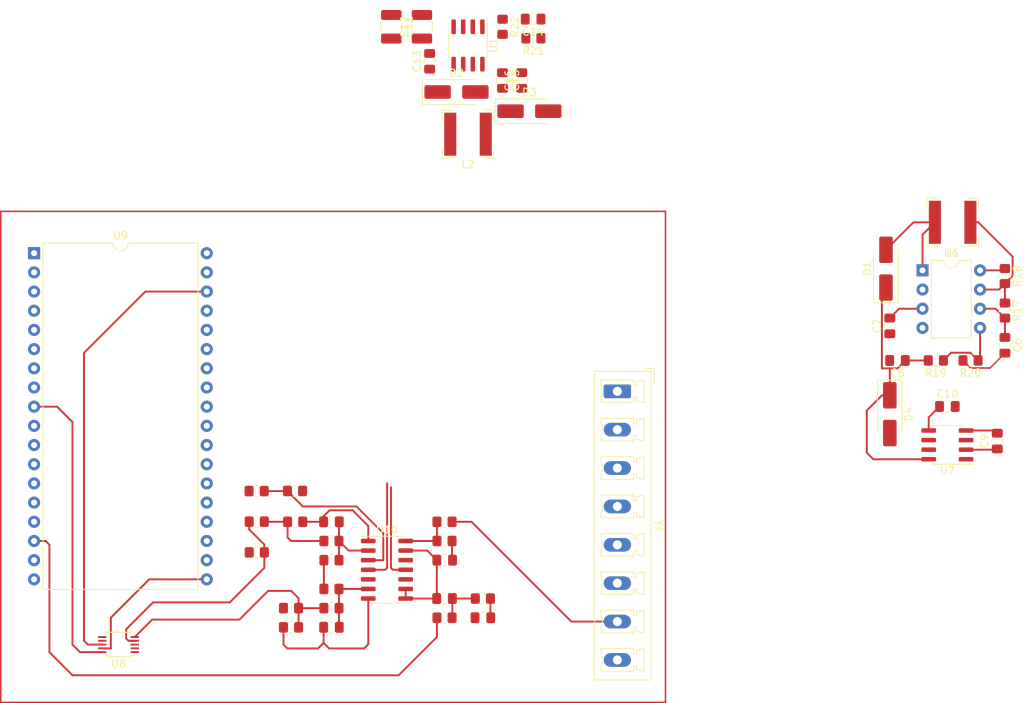
<source format=kicad_pcb>
(kicad_pcb (version 20221018) (generator pcbnew)
  (layers (0 "F.Cu" signal) (31 "B.Cu" signal) (34 "B.Paste" user) (35 "F.Paste" user) (36 "B.SilkS" user "B.Silkscreen") (37 "F.SilkS" user "F.Silkscreen") (38 "B.Mask" user) (39 "F.Mask" user) (44 "Edge.Cuts" user))
  (net 0 "")
  (net 1 "Net-(U10A--)")
  (net 2 "Net-(C1-Pad2)")
  (net 3 "Net-(U10B--)")
  (net 4 "Net-(C2-Pad2)")
  (net 5 "Net-(U10C-+)")
  (net 6 "Net-(C4-Pad1)")
  (net 7 "Net-(U10C--)")
  (net 8 "Net-(C5-Pad2)")
  (net 9 "/3to12/Vin")
  (net 10 "Net-(U6-TC)")
  (net 11 "Net-(U7-CAP+)")
  (net 12 "Net-(U7-CAP-)")
  (net 13 "R-")
  (net 14 "Vin+")
  (net 15 "Net-(D2-K)")
  (net 16 "/100to5/Vout")
  (net 17 "Net-(D1-A)")
  (net 19 "/12to-12/Vin")
  (net 20 "/12to-12/Vout")
  (net 21 "Net-(U1-BST)")
  (net 22 "Net-(U1-FB)")
  (net 23 "R+")
  (net 24 "Net-(U1-DIM)")
  (net 25 "Net-(U6-Ipk)")
  (net 26 "Net-(U10D-+)")
  (net 27 "Net-(U10A-+)")
  (net 28 "Vvpv'")
  (net 29 "Vipv")
  (net 30 "Net-(U9-PWM)")
  (net 31 "Net-(R14-Pad2)")
  (net 32 "gate")
  (net 33 "Net-(U6-DC)")
  (net 34 "Net-(U6-Vfb)")
  (net 41 "Net-(U8-SDA)")
  (net 42 "Net-(U8-SCL)")
  (footprint "Resistor_SMD:R_0805_2012Metric_Pad1.20x1.40mm_HandSolder" (layer "F.Cu") (at 187.508 37.084 180)
    (fp_text reference "R21" (at 0 -1.65) (layer "F.SilkS"))
    (fp_text value "R")
    (pad "1" smd roundrect (at -1 0 180) (size 1.2 1.4) (layers "F.Cu" "F.Paste" "F.Mask") (roundrect_rratio 0.208333) (net 16 "/100to5/Vout"))
    (pad "2" smd roundrect (at 1 0 180) (size 1.2 1.4) (layers "F.Cu" "F.Paste" "F.Mask") (roundrect_rratio 0.208333) (net 22 "Net-(U1-FB)"))
  )
  (footprint "Capacitor_SMD:C_1210_3225Metric_Pad1.33x2.70mm_HandSolder" (layer "F.Cu") (at 172.76 35.56 90)
    (fp_text reference "C12" (at 0 -2.3 270) (layer "F.SilkS"))
    (fp_text value "C")
    (pad "1" smd roundrect (at -1.5625 0 90) (size 1.325 2.7) (layers "F.Cu" "F.Paste" "F.Mask") (roundrect_rratio 0.188679) (net 13 "R-"))
    (pad "2" smd roundrect (at 1.5625 0 90) (size 1.325 2.7) (layers "F.Cu" "F.Paste" "F.Mask") (roundrect_rratio 0.188679) (net 14 "Vin+"))
  )
  (footprint "Capacitor_SMD:C_0805_2012Metric_Pad1.18x1.45mm_HandSolder" (layer "F.Cu") (at 160.7765 115.062 180)
    (fp_text reference "C2" hide)
    (fp_text value "C" hide)
    (pad "1" smd roundrect (at -1.0375 0 180) (size 1.175 1.45) (layers "F.Cu" "F.Paste" "F.Mask") (roundrect_rratio 0.212766) (net 3 "Net-(U10B--)"))
    (pad "2" smd roundrect (at 1.0375 0 180) (size 1.175 1.45) (layers "F.Cu" "F.Paste" "F.Mask") (roundrect_rratio 0.212766) (net 4 "Net-(C2-Pad2)"))
  )
  (footprint "projektlib:ttgo" (layer "F.Cu") (at 121.412 65.532)
    (fp_text reference "U9" (at 11.43 -2.33) (layer "F.SilkS"))
    (fp_text value "~")
    (pad "1" thru_hole rect (at 0 0) (size 1.6 1.6) (drill 0.8) (layers "*.Cu" "*.Mask") (net 13 "R-"))
    (pad "2" thru_hole oval (at 0 2.54) (size 1.6 1.6) (drill 0.8) (layers "*.Cu" "*.Mask") (net 16 "/100to5/Vout"))
    (pad "3" thru_hole oval (at 0 5.08) (size 1.6 1.6) (drill 0.8) (layers "*.Cu" "*.Mask"))
    (pad "4" thru_hole oval (at 0 7.62) (size 1.6 1.6) (drill 0.8) (layers "*.Cu" "*.Mask"))
    (pad "5" thru_hole oval (at 0 10.16) (size 1.6 1.6) (drill 0.8) (layers "*.Cu" "*.Mask"))
    (pad "6" thru_hole oval (at 0 12.7) (size 1.6 1.6) (drill 0.8) (layers "*.Cu" "*.Mask"))
    (pad "7" thru_hole oval (at 0 15.24) (size 1.6 1.6) (drill 0.8) (layers "*.Cu" "*.Mask"))
    (pad "8" thru_hole oval (at 0 17.78) (size 1.6 1.6) (drill 0.8) (layers "*.Cu" "*.Mask"))
    (pad "9" thru_hole oval (at 0 20.32) (size 1.6 1.6) (drill 0.8) (layers "*.Cu" "*.Mask") (net 42 "Net-(U8-SCL)"))
    (pad "10" thru_hole oval (at 0 22.86) (size 1.6 1.6) (drill 0.8) (layers "*.Cu" "*.Mask"))
    (pad "11" thru_hole oval (at 0 25.4) (size 1.6 1.6) (drill 0.8) (layers "*.Cu" "*.Mask"))
    (pad "12" thru_hole oval (at 0 27.94) (size 1.6 1.6) (drill 0.8) (layers "*.Cu" "*.Mask"))
    (pad "13" thru_hole oval (at 0 30.48) (size 1.6 1.6) (drill 0.8) (layers "*.Cu" "*.Mask"))
    (pad "14" thru_hole oval (at 0 33.02) (size 1.6 1.6) (drill 0.8) (layers "*.Cu" "*.Mask"))
    (pad "15" thru_hole oval (at 0 35.56) (size 1.6 1.6) (drill 0.8) (layers "*.Cu" "*.Mask"))
    (pad "16" thru_hole oval (at 0 38.1) (size 1.6 1.6) (drill 0.8) (layers "*.Cu" "*.Mask") (net 30 "Net-(U9-PWM)"))
    (pad "17" thru_hole oval (at 0 40.64) (size 1.6 1.6) (drill 0.8) (layers "*.Cu" "*.Mask"))
    (pad "18" thru_hole oval (at 0 43.18) (size 1.6 1.6) (drill 0.8) (layers "*.Cu" "*.Mask"))
    (pad "19" thru_hole oval (at 22.86 43.18) (size 1.6 1.6) (drill 0.8) (layers "*.Cu" "*.Mask") (net 41 "Net-(U8-SDA)"))
    (pad "20" thru_hole oval (at 22.86 40.64) (size 1.6 1.6) (drill 0.8) (layers "*.Cu" "*.Mask"))
    (pad "21" thru_hole oval (at 22.86 38.1) (size 1.6 1.6) (drill 0.8) (layers "*.Cu" "*.Mask"))
    (pad "22" thru_hole oval (at 22.86 35.56) (size 1.6 1.6) (drill 0.8) (layers "*.Cu" "*.Mask"))
    (pad "23" thru_hole oval (at 22.86 33.02) (size 1.6 1.6) (drill 0.8) (layers "*.Cu" "*.Mask"))
    (pad "24" thru_hole oval (at 22.86 30.48) (size 1.6 1.6) (drill 0.8) (layers "*.Cu" "*.Mask"))
    (pad "25" thru_hole oval (at 22.86 27.94) (size 1.6 1.6) (drill 0.8) (layers "*.Cu" "*.Mask"))
    (pad "26" thru_hole oval (at 22.86 25.4) (size 1.6 1.6) (drill 0.8) (layers "*.Cu" "*.Mask"))
    (pad "27" thru_hole oval (at 22.86 22.86) (size 1.6 1.6) (drill 0.8) (layers "*.Cu" "*.Mask"))
    (pad "28" thru_hole oval (at 22.86 20.32) (size 1.6 1.6) (drill 0.8) (layers "*.Cu" "*.Mask"))
    (pad "29" thru_hole oval (at 22.86 17.78) (size 1.6 1.6) (drill 0.8) (layers "*.Cu" "*.Mask"))
    (pad "30" thru_hole oval (at 22.86 15.24) (size 1.6 1.6) (drill 0.8) (layers "*.Cu" "*.Mask"))
    (pad "31" thru_hole oval (at 22.86 12.7) (size 1.6 1.6) (drill 0.8) (layers "*.Cu" "*.Mask"))
    (pad "32" thru_hole oval (at 22.86 10.16) (size 1.6 1.6) (drill 0.8) (layers "*.Cu" "*.Mask"))
    (pad "33" thru_hole oval (at 22.86 7.62) (size 1.6 1.6) (drill 0.8) (layers "*.Cu" "*.Mask"))
    (pad "34" thru_hole oval (at 22.86 5.08) (size 1.6 1.6) (drill 0.8) (layers "*.Cu" "*.Mask") (net 9 "/3to12/Vin"))
    (pad "35" thru_hole oval (at 22.86 2.54) (size 1.6 1.6) (drill 0.8) (layers "*.Cu" "*.Mask") (net 16 "/100to5/Vout"))
    (pad "36" thru_hole oval (at 22.86 0) (size 1.6 1.6) (drill 0.8) (layers "*.Cu" "*.Mask") (net 13 "R-"))
  )
  (footprint "Capacitor_SMD:C_0805_2012Metric_Pad1.18x1.45mm_HandSolder" (layer "F.Cu") (at 173.776 40.132 90)
    (fp_text reference "C13" (at 0 -1.68 90) (layer "F.SilkS"))
    (fp_text value "C")
    (pad "1" smd roundrect (at -1.0375 0 90) (size 1.175 1.45) (layers "F.Cu" "F.Paste" "F.Mask") (roundrect_rratio 0.212766) (net 15 "Net-(D2-K)"))
    (pad "2" smd roundrect (at 1.0375 0 90) (size 1.175 1.45) (layers "F.Cu" "F.Paste" "F.Mask") (roundrect_rratio 0.212766) (net 21 "Net-(U1-BST)"))
  )
  (footprint "Resistor_SMD:R_0805_2012Metric_Pad1.20x1.40mm_HandSolder" (layer "F.Cu") (at 175.7465 101.092)
    (fp_text reference "R15" hide)
    (fp_text value "R" hide)
    (pad "1" smd roundrect (at -1 0) (size 1.2 1.4) (layers "F.Cu" "F.Paste" "F.Mask") (roundrect_rratio 0.208333) (net 31 "Net-(R14-Pad2)"))
    (pad "2" smd roundrect (at 1 0) (size 1.2 1.4) (layers "F.Cu" "F.Paste" "F.Mask") (roundrect_rratio 0.208333) (net 32 "gate"))
  )
  (footprint "Inductor_SMD:L_Bourns-SRN6028" (layer "F.Cu") (at 243.014 61.4465)
    (fp_text reference "L1" (at 0 4) (layer "F.SilkS"))
    (fp_text value "L")
    (pad "1" smd rect (at -2.35 0) (size 1.6 5.7) (layers "F.Cu" "F.Paste" "F.Mask") (net 17 "Net-(D1-A)"))
    (pad "2" smd rect (at 2.35 0) (size 1.6 5.7) (layers "F.Cu" "F.Paste" "F.Mask") (net 25 "Net-(U6-Ipk)"))
  )
  (footprint "Resistor_SMD:R_0805_2012Metric_Pad1.20x1.40mm_HandSolder" (layer "F.Cu") (at 180.8265 111.252)
    (fp_text reference "R13" hide)
    (fp_text value "R" hide)
    (pad "1" smd roundrect (at -1 0) (size 1.2 1.4) (layers "F.Cu" "F.Paste" "F.Mask") (roundrect_rratio 0.208333) (net 6 "Net-(C4-Pad1)"))
    (pad "2" smd roundrect (at 1 0) (size 1.2 1.4) (layers "F.Cu" "F.Paste" "F.Mask") (roundrect_rratio 0.208333) (net 5 "Net-(U10C-+)"))
  )
  (footprint "Capacitor_SMD:C_0805_2012Metric_Pad1.18x1.45mm_HandSolder" (layer "F.Cu") (at 187.4705 34.544 180)
    (fp_text reference "C14" (at 0 -1.68) (layer "F.SilkS"))
    (fp_text value "C")
    (pad "1" smd roundrect (at -1.0375 0 180) (size 1.175 1.45) (layers "F.Cu" "F.Paste" "F.Mask") (roundrect_rratio 0.212766) (net 16 "/100to5/Vout"))
    (pad "2" smd roundrect (at 1.0375 0 180) (size 1.175 1.45) (layers "F.Cu" "F.Paste" "F.Mask") (roundrect_rratio 0.212766) (net 22 "Net-(U1-FB)"))
  )
  (footprint "Resistor_SMD:R_0805_2012Metric_Pad1.20x1.40mm_HandSolder" (layer "F.Cu") (at 160.7765 106.172)
    (fp_text reference "R2" hide)
    (fp_text value "R" hide)
    (pad "1" smd roundrect (at -1 0) (size 1.2 1.4) (layers "F.Cu" "F.Paste" "F.Mask") (roundrect_rratio 0.208333) (net 23 "R+"))
    (pad "2" smd roundrect (at 1 0) (size 1.2 1.4) (layers "F.Cu" "F.Paste" "F.Mask") (roundrect_rratio 0.208333) (net 1 "Net-(U10A--)"))
  )
  (footprint "Resistor_SMD:R_0805_2012Metric_Pad1.20x1.40mm_HandSolder" (layer "F.Cu") (at 155.956 97.012 180)
    (fp_text reference "R3" hide)
    (fp_text value "R" hide)
    (pad "1" smd roundrect (at -1 0 180) (size 1.2 1.4) (layers "F.Cu" "F.Paste" "F.Mask") (roundrect_rratio 0.208333) (net 14 "Vin+"))
    (pad "2" smd roundrect (at 1 0 180) (size 1.2 1.4) (layers "F.Cu" "F.Paste" "F.Mask") (roundrect_rratio 0.208333) (net 27 "Net-(U10A-+)"))
  )
  (footprint "Resistor_SMD:R_0805_2012Metric_Pad1.20x1.40mm_HandSolder" (layer "F.Cu") (at 249.936 73.1305 -90)
    (fp_text reference "R17" (at 0 -1.65 90) (layer "F.SilkS"))
    (fp_text value "R")
    (pad "1" smd roundrect (at -1 0 270) (size 1.2 1.4) (layers "F.Cu" "F.Paste" "F.Mask") (roundrect_rratio 0.208333) (net 25 "Net-(U6-Ipk)"))
    (pad "2" smd roundrect (at 1 0 270) (size 1.2 1.4) (layers "F.Cu" "F.Paste" "F.Mask") (roundrect_rratio 0.208333) (net 9 "/3to12/Vin"))
  )
  (footprint "Connector_Phoenix_MC_HighVoltage:PhoenixContact_MCV_1,5_8-G-5.08_1x08_P5.08mm_Vertical" (layer "F.Cu") (at 198.628 83.82 -90)
    (fp_text reference "J1" (at 17.78 -5.55 90) (layer "F.SilkS"))
    (fp_text value "Conn_01x08_Pin")
    (pad "1" thru_hole roundrect (at 0 0 270) (size 1.8 3.6) (drill 1.2) (layers "*.Cu" "*.Mask") (roundrect_rratio 0.138889))
    (pad "2" thru_hole oval (at 5.08 0 270) (size 1.8 3.6) (drill 1.2) (layers "*.Cu" "*.Mask") (net 13 "R-"))
    (pad "3" thru_hole oval (at 10.16 0 270) (size 1.8 3.6) (drill 1.2) (layers "*.Cu" "*.Mask") (net 23 "R+"))
    (pad "4" thru_hole oval (at 15.24 0 270) (size 1.8 3.6) (drill 1.2) (layers "*.Cu" "*.Mask") (net 14 "Vin+"))
    (pad "5" thru_hole oval (at 20.32 0 270) (size 1.8 3.6) (drill 1.2) (layers "*.Cu" "*.Mask") (net 23 "R+"))
    (pad "6" thru_hole oval (at 25.4 0 270) (size 1.8 3.6) (drill 1.2) (layers "*.Cu" "*.Mask") (net 14 "Vin+"))
    (pad "7" thru_hole oval (at 30.48 0 270) (size 1.8 3.6) (drill 1.2) (layers "*.Cu" "*.Mask") (net 32 "gate"))
    (pad "8" thru_hole oval (at 35.56 0 270) (size 1.8 3.6) (drill 1.2) (layers "*.Cu" "*.Mask") (net 13 "R-"))
  )
  (footprint "Capacitor_SMD:C_0805_2012Metric_Pad1.18x1.45mm_HandSolder" (layer "F.Cu") (at 249.936 77.724 -90)
    (fp_text reference "C6" (at 0 -1.68 90) (layer "F.SilkS"))
    (fp_text value "C_Polarized_US")
    (pad "1" smd roundrect (at -1.0375 0 270) (size 1.175 1.45) (layers "F.Cu" "F.Paste" "F.Mask") (roundrect_rratio 0.212766) (net 9 "/3to12/Vin"))
    (pad "2" smd roundrect (at 1.0375 0 270) (size 1.175 1.45) (layers "F.Cu" "F.Paste" "F.Mask") (roundrect_rratio 0.212766) (net 13 "R-"))
  )
  (footprint "Resistor_SMD:R_0805_2012Metric_Pad1.20x1.40mm_HandSolder" (layer "F.Cu") (at 245.38 79.7345 180)
    (fp_text reference "R20" (at 0 -1.65) (layer "F.SilkS"))
    (fp_text value "R")
    (pad "1" smd roundrect (at -1 0 180) (size 1.2 1.4) (layers "F.Cu" "F.Paste" "F.Mask") (roundrect_rratio 0.208333) (net 34 "Net-(U6-Vfb)"))
    (pad "2" smd roundrect (at 1 0 180) (size 1.2 1.4) (layers "F.Cu" "F.Paste" "F.Mask") (roundrect_rratio 0.208333) (net 13 "R-"))
  )
  (footprint "Resistor_SMD:R_0805_2012Metric_Pad1.20x1.40mm_HandSolder" (layer "F.Cu") (at 155.972 101.092 180)
    (fp_text reference "R4" hide)
    (fp_text value "R" hide)
    (pad "1" smd roundrect (at -1 0 180) (size 1.2 1.4) (layers "F.Cu" "F.Paste" "F.Mask") (roundrect_rratio 0.208333) (net 2 "Net-(C1-Pad2)"))
    (pad "2" smd roundrect (at 1 0 180) (size 1.2 1.4) (layers "F.Cu" "F.Paste" "F.Mask") (roundrect_rratio 0.208333) (net 26 "Net-(U10D-+)"))
  )
  (footprint "Diode_SMD:D_SMA_Handsoldering" (layer "F.Cu") (at 234.696 86.8465 -90)
    (fp_text reference "D4" (at 0 -2.5 90) (layer "F.SilkS"))
    (fp_text value "D_Zener")
    (pad "1" smd roundrect (at -2.5 0 270) (size 3.5 1.8) (layers "F.Cu" "F.Paste" "F.Mask") (roundrect_rratio 0.1388888889) (net 19 "/12to-12/Vin"))
    (pad "2" smd roundrect (at 2.5 0 270) (size 3.5 1.8) (layers "F.Cu" "F.Paste" "F.Mask") (roundrect_rratio 0.1388888889) (net 13 "R-"))
  )
  (footprint "Capacitor_SMD:C_1210_3225Metric_Pad1.33x2.70mm_HandSolder" (layer "F.Cu") (at 168.696 35.56 -90)
    (fp_text reference "C11" (at 0 -2.3 90) (layer "F.SilkS"))
    (fp_text value "C")
    (pad "1" smd roundrect (at -1.5625 0 270) (size 1.325 2.7) (layers "F.Cu" "F.Paste" "F.Mask") (roundrect_rratio 0.188679) (net 14 "Vin+"))
    (pad "2" smd roundrect (at 1.5625 0 270) (size 1.325 2.7) (layers "F.Cu" "F.Paste" "F.Mask") (roundrect_rratio 0.188679) (net 13 "R-"))
  )
  (footprint "Resistor_SMD:R_0805_2012Metric_Pad1.20x1.40mm_HandSolder" (layer "F.Cu") (at 175.7465 113.792)
    (fp_text reference "R12" hide)
    (fp_text value "R" hide)
    (pad "1" smd roundrect (at -1 0) (size 1.2 1.4) (layers "F.Cu" "F.Paste" "F.Mask") (roundrect_rratio 0.208333) (net 30 "Net-(U9-PWM)"))
    (pad "2" smd roundrect (at 1 0) (size 1.2 1.4) (layers "F.Cu" "F.Paste" "F.Mask") (roundrect_rratio 0.208333) (net 6 "Net-(C4-Pad1)"))
  )
  (footprint "Capacitor_SMD:C_0805_2012Metric_Pad1.18x1.45mm_HandSolder" (layer "F.Cu") (at 234.696 75.1625 90)
    (fp_text reference "C7" (at 0 -1.68 90) (layer "F.SilkS"))
    (fp_text value "C")
    (pad "1" smd roundrect (at -1.0375 0 90) (size 1.175 1.45) (layers "F.Cu" "F.Paste" "F.Mask") (roundrect_rratio 0.212766) (net 13 "R-"))
    (pad "2" smd roundrect (at 1.0375 0 90) (size 1.175 1.45) (layers "F.Cu" "F.Paste" "F.Mask") (roundrect_rratio 0.212766) (net 10 "Net-(U6-TC)"))
  )
  (footprint "Resistor_SMD:R_0805_2012Metric_Pad1.20x1.40mm_HandSolder" (layer "F.Cu") (at 150.892 105.14)
    (fp_text reference "R6" hide)
    (fp_text value "R" hide)
    (pad "1" smd roundrect (at -1 0) (size 1.2 1.4) (layers "F.Cu" "F.Paste" "F.Mask") (roundrect_rratio 0.208333) (net 13 "R-"))
    (pad "2" smd roundrect (at 1 0) (size 1.2 1.4) (layers "F.Cu" "F.Paste" "F.Mask") (roundrect_rratio 0.208333) (net 28 "Vvpv'"))
  )
  (footprint "Diode_SMD:D_SMA_Handsoldering" (layer "F.Cu") (at 186.984 46.736)
    (fp_text reference "D3" (at 0 -2.5) (layer "F.SilkS"))
    (fp_text value "D_Zener")
    (pad "1" smd roundrect (at -2.5 0) (size 3.5 1.8) (layers "F.Cu" "F.Paste" "F.Mask") (roundrect_rratio 0.1388888889) (net 16 "/100to5/Vout"))
    (pad "2" smd roundrect (at 2.5 0) (size 3.5 1.8) (layers "F.Cu" "F.Paste" "F.Mask") (roundrect_rratio 0.1388888889) (net 13 "R-"))
  )
  (footprint "Resistor_SMD:R_0805_2012Metric_Pad1.20x1.40mm_HandSolder" (layer "F.Cu") (at 150.892 101.076)
    (fp_text reference "R5" hide)
    (fp_text value "R" hide)
    (pad "1" smd roundrect (at -1 0) (size 1.2 1.4) (layers "F.Cu" "F.Paste" "F.Mask") (roundrect_rratio 0.208333) (net 28 "Vvpv'"))
    (pad "2" smd roundrect (at 1 0) (size 1.2 1.4) (layers "F.Cu" "F.Paste" "F.Mask") (roundrect_rratio 0.208333) (net 26 "Net-(U10D-+)"))
  )
  (footprint "Capacitor_SMD:C_0805_2012Metric_Pad1.18x1.45mm_HandSolder" (layer "F.Cu") (at 175.768 106.172)
    (fp_text reference "C5" hide)
    (fp_text value "C" hide)
    (pad "1" smd roundrect (at -1.0375 0) (size 1.175 1.45) (layers "F.Cu" "F.Paste" "F.Mask") (roundrect_rratio 0.212766) (net 7 "Net-(U10C--)"))
    (pad "2" smd roundrect (at 1.0375 0) (size 1.175 1.45) (layers "F.Cu" "F.Paste" "F.Mask") (roundrect_rratio 0.212766) (net 8 "Net-(C5-Pad2)"))
  )
  (footprint "Resistor_SMD:R_0805_2012Metric_Pad1.20x1.40mm_HandSolder" (layer "F.Cu") (at 155.4265 115.062 180)
    (fp_text reference "R10" hide)
    (fp_text value "R" hide)
    (pad "1" smd roundrect (at -1 0 180) (size 1.2 1.4) (layers "F.Cu" "F.Paste" "F.Mask") (roundrect_rratio 0.208333) (net 29 "Vipv"))
    (pad "2" smd roundrect (at 1 0 180) (size 1.2 1.4) (layers "F.Cu" "F.Paste" "F.Mask") (roundrect_rratio 0.208333) (net 4 "Net-(C2-Pad2)"))
  )
  (footprint "Capacitor_SMD:C_0805_2012Metric_Pad1.18x1.45mm_HandSolder" (layer "F.Cu") (at 248.92 90.4025 90)
    (fp_text reference "C9" (at 0 -1.68 90) (layer "F.SilkS"))
    (fp_text value "C")
    (pad "1" smd roundrect (at -1.0375 0 90) (size 1.175 1.45) (layers "F.Cu" "F.Paste" "F.Mask") (roundrect_rratio 0.212766) (net 11 "Net-(U7-CAP+)"))
    (pad "2" smd roundrect (at 1.0375 0 90) (size 1.175 1.45) (layers "F.Cu" "F.Paste" "F.Mask") (roundrect_rratio 0.212766) (net 12 "Net-(U7-CAP-)"))
  )
  (footprint "Diode_SMD:D_SMA_Handsoldering" (layer "F.Cu") (at 234.188 67.5825 90)
    (fp_text reference "D1" (at 0 -2.5 90) (layer "F.SilkS"))
    (fp_text value "D_Schottky")
    (pad "1" smd roundrect (at -2.5 0 90) (size 3.5 1.8) (layers "F.Cu" "F.Paste" "F.Mask") (roundrect_rratio 0.1388888889) (net 19 "/12to-12/Vin"))
    (pad "2" smd roundrect (at 2.5 0 90) (size 3.5 1.8) (layers "F.Cu" "F.Paste" "F.Mask") (roundrect_rratio 0.1388888889) (net 17 "Net-(D1-A)"))
  )
  (footprint "Package_SO:TSSOP-10_3x3mm_P0.5mm" (layer "F.Cu") (at 132.588 117.348 180)
    (fp_text reference "U8" (at 0 -2.55) (layer "F.SilkS"))
    (fp_text value "ADS1015IDGS")
    (pad "1" smd rect (at -2.15 -1 180) (size 1.1 0.25) (layers "F.Cu" "F.Paste" "F.Mask") (net 13 "R-"))
    (pad "2" smd rect (at -2.15 -0.5 180) (size 1.1 0.25) (layers "F.Cu" "F.Paste" "F.Mask"))
    (pad "3" smd rect (at -2.15 0 180) (size 1.1 0.25) (layers "F.Cu" "F.Paste" "F.Mask") (net 13 "R-"))
    (pad "4" smd rect (at -2.15 0.5 180) (size 1.1 0.25) (layers "F.Cu" "F.Paste" "F.Mask") (net 28 "Vvpv'"))
    (pad "5" smd rect (at -2.15 1 180) (size 1.1 0.25) (layers "F.Cu" "F.Paste" "F.Mask") (net 29 "Vipv"))
    (pad "6" smd rect (at 2.15 1 180) (size 1.1 0.25) (layers "F.Cu" "F.Paste" "F.Mask"))
    (pad "7" smd rect (at 2.15 0.5 180) (size 1.1 0.25) (layers "F.Cu" "F.Paste" "F.Mask"))
    (pad "8" smd rect (at 2.15 0 180) (size 1.1 0.25) (layers "F.Cu" "F.Paste" "F.Mask") (net 9 "/3to12/Vin"))
    (pad "9" smd rect (at 2.15 -0.5 180) (size 1.1 0.25) (layers "F.Cu" "F.Paste" "F.Mask") (net 41 "Net-(U8-SDA)"))
    (pad "10" smd rect (at 2.15 -1 180) (size 1.1 0.25) (layers "F.Cu" "F.Paste" "F.Mask") (net 42 "Net-(U8-SCL)"))
  )
  (footprint "Capacitor_SMD:C_0805_2012Metric_Pad1.18x1.45mm_HandSolder" (layer "F.Cu") (at 235.712 79.7345 180)
    (fp_text reference "C8" (at 0 -1.68) (layer "F.SilkS"))
    (fp_text value "C_Polarized_US")
    (pad "1" smd roundrect (at -1.0375 0 180) (size 1.175 1.45) (layers "F.Cu" "F.Paste" "F.Mask") (roundrect_rratio 0.212766) (net 19 "/12to-12/Vin"))
    (pad "2" smd roundrect (at 1.0375 0 180) (size 1.175 1.45) (layers "F.Cu" "F.Paste" "F.Mask") (roundrect_rratio 0.212766) (net 13 "R-"))
  )
  (footprint "Capacitor_SMD:C_0805_2012Metric_Pad1.18x1.45mm_HandSolder" (layer "F.Cu") (at 183.428 42.672 -90)
    (fp_text reference "C15" (at 0 -1.68 90) (layer "F.SilkS"))
    (fp_text value "C")
    (pad "1" smd roundrect (at -1.0375 0 270) (size 1.175 1.45) (layers "F.Cu" "F.Paste" "F.Mask") (roundrect_rratio 0.212766) (net 13 "R-"))
    (pad "2" smd roundrect (at 1.0375 0 270) (size 1.175 1.45) (layers "F.Cu" "F.Paste" "F.Mask") (roundrect_rratio 0.212766) (net 16 "/100to5/Vout"))
  )
  (footprint "Resistor_SMD:R_0805_2012Metric_Pad1.20x1.40mm_HandSolder" (layer "F.Cu") (at 155.4265 112.522)
    (fp_text reference "R11" hide)
    (fp_text value "R" hide)
    (pad "1" smd roundrect (at -1 0) (size 1.2 1.4) (layers "F.Cu" "F.Paste" "F.Mask") (roundrect_rratio 0.208333) (net 13 "R-"))
    (pad "2" smd roundrect (at 1 0) (size 1.2 1.4) (layers "F.Cu" "F.Paste" "F.Mask") (roundrect_rratio 0.208333) (net 29 "Vipv"))
  )
  (footprint "Package_SO:SOIC-8_3.9x4.9mm_P1.27mm" (layer "F.Cu") (at 242.316 90.9105 180)
    (fp_text reference "U7" (at 0 -3.4) (layer "F.SilkS"))
    (fp_text value "ICL7660")
    (pad "1" smd roundrect (at -2.475 -1.905 180) (size 1.95 0.6) (layers "F.Cu" "F.Paste" "F.Mask"))
    (pad "2" smd roundrect (at -2.475 -0.635 180) (size 1.95 0.6) (layers "F.Cu" "F.Paste" "F.Mask") (net 11 "Net-(U7-CAP+)"))
    (pad "3" smd roundrect (at -2.475 0.635 180) (size 1.95 0.6) (layers "F.Cu" "F.Paste" "F.Mask") (net 13 "R-"))
    (pad "4" smd roundrect (at -2.475 1.905 180) (size 1.95 0.6) (layers "F.Cu" "F.Paste" "F.Mask") (net 12 "Net-(U7-CAP-)"))
    (pad "5" smd roundrect (at 2.475 1.905 180) (size 1.95 0.6) (layers "F.Cu" "F.Paste" "F.Mask") (net 20 "/12to-12/Vout"))
    (pad "6" smd roundrect (at 2.475 0.635 180) (size 1.95 0.6) (layers "F.Cu" "F.Paste" "F.Mask"))
    (pad "7" smd roundrect (at 2.475 -0.635 180) (size 1.95 0.6) (layers "F.Cu" "F.Paste" "F.Mask"))
    (pad "8" smd roundrect (at 2.475 -1.905 180) (size 1.95 0.6) (layers "F.Cu" "F.Paste" "F.Mask") (net 19 "/12to-12/Vin"))
  )
  (footprint "Capacitor_SMD:C_0805_2012Metric_Pad1.18x1.45mm_HandSolder" (layer "F.Cu") (at 175.7465 111.252 180)
    (fp_text reference "C4" hide)
    (fp_text value "C" hide)
    (pad "1" smd roundrect (at -1.0375 0 180) (size 1.175 1.45) (layers "F.Cu" "F.Paste" "F.Mask") (roundrect_rratio 0.212766) (net 6 "Net-(C4-Pad1)"))
    (pad "2" smd roundrect (at 1.0375 0 180) (size 1.175 1.45) (layers "F.Cu" "F.Paste" "F.Mask") (roundrect_rratio 0.212766) (net 7 "Net-(U10C--)"))
  )
  (footprint "Resistor_SMD:R_0805_2012Metric_Pad1.20x1.40mm_HandSolder" (layer "F.Cu") (at 150.876 97.028 180)
    (fp_text reference "R7" hide)
    (fp_text value "R" hide)
    (pad "1" smd roundrect (at -1 0 180) (size 1.2 1.4) (layers "F.Cu" "F.Paste" "F.Mask") (roundrect_rratio 0.208333) (net 27 "Net-(U10A-+)"))
    (pad "2" smd roundrect (at 1 0 180) (size 1.2 1.4) (layers "F.Cu" "F.Paste" "F.Mask") (roundrect_rratio 0.208333) (net 13 "R-"))
  )
  (footprint "Resistor_SMD:R_0805_2012Metric_Pad1.20x1.40mm_HandSolder" (layer "F.Cu") (at 160.7765 109.982)
    (fp_text reference "R9" hide)
    (fp_text value "R" hide)
    (pad "1" smd roundrect (at -1 0) (size 1.2 1.4) (layers "F.Cu" "F.Paste" "F.Mask") (roundrect_rratio 0.208333) (net 23 "R+"))
    (pad "2" smd roundrect (at 1 0) (size 1.2 1.4) (layers "F.Cu" "F.Paste" "F.Mask") (roundrect_rratio 0.208333) (net 3 "Net-(U10B--)"))
  )
  (footprint "Resistor_SMD:R_0805_2012Metric_Pad1.20x1.40mm_HandSolder" (layer "F.Cu") (at 160.7765 103.632 180)
    (fp_text reference "R1" hide)
    (fp_text value "R" hide)
    (pad "1" smd roundrect (at -1 0 180) (size 1.2 1.4) (layers "F.Cu" "F.Paste" "F.Mask") (roundrect_rratio 0.208333) (net 1 "Net-(U10A--)"))
    (pad "2" smd roundrect (at 1 0 180) (size 1.2 1.4) (layers "F.Cu" "F.Paste" "F.Mask") (roundrect_rratio 0.208333) (net 26 "Net-(U10D-+)"))
  )
  (footprint "Resistor_SMD:R_0805_2012Metric_Pad1.20x1.40mm_HandSolder" (layer "F.Cu") (at 175.7465 103.632 180)
    (fp_text reference "R14" hide)
    (fp_text value "R" hide)
    (pad "1" smd roundrect (at -1 0 180) (size 1.2 1.4) (layers "F.Cu" "F.Paste" "F.Mask") (roundrect_rratio 0.208333) (net 8 "Net-(C5-Pad2)"))
    (pad "2" smd roundrect (at 1 0 180) (size 1.2 1.4) (layers "F.Cu" "F.Paste" "F.Mask") (roundrect_rratio 0.208333) (net 31 "Net-(R14-Pad2)"))
  )
  (footprint "Resistor_SMD:R_0805_2012Metric_Pad1.20x1.40mm_HandSolder" (layer "F.Cu") (at 160.7765 112.522)
    (fp_text reference "R8" hide)
    (fp_text value "R" hide)
    (pad "1" smd roundrect (at -1 0) (size 1.2 1.4) (layers "F.Cu" "F.Paste" "F.Mask") (roundrect_rratio 0.208333) (net 29 "Vipv"))
    (pad "2" smd roundrect (at 1 0) (size 1.2 1.4) (layers "F.Cu" "F.Paste" "F.Mask") (roundrect_rratio 0.208333) (net 3 "Net-(U10B--)"))
  )
  (footprint "Resistor_SMD:R_0805_2012Metric_Pad1.20x1.40mm_HandSolder" (layer "F.Cu") (at 249.936 68.5585 -90)
    (fp_text reference "R18" (at 0 -1.65 90) (layer "F.SilkS"))
    (fp_text value "R")
    (pad "1" smd roundrect (at -1 0 270) (size 1.2 1.4) (layers "F.Cu" "F.Paste" "F.Mask") (roundrect_rratio 0.208333) (net 33 "Net-(U6-DC)"))
    (pad "2" smd roundrect (at 1 0 270) (size 1.2 1.4) (layers "F.Cu" "F.Paste" "F.Mask") (roundrect_rratio 0.208333) (net 25 "Net-(U6-Ipk)"))
  )
  (footprint "Package_SO:SOIC-14_3.9x8.7mm_P1.27mm" (layer "F.Cu") (at 168.1265 107.442)
    (fp_text reference "U10" (at 0 -5.28) (layer "F.SilkS"))
    (fp_text value "LM324")
    (pad "1" smd roundrect (at -2.475 -3.81) (size 1.95 0.6) (layers "F.Cu" "F.Paste" "F.Mask") (net 2 "Net-(C1-Pad2)"))
    (pad "2" smd roundrect (at -2.475 -2.54) (size 1.95 0.6) (layers "F.Cu" "F.Paste" "F.Mask") (net 1 "Net-(U10A--)"))
    (pad "3" smd roundrect (at -2.475 -1.27) (size 1.95 0.6) (layers "F.Cu" "F.Paste" "F.Mask") (net 27 "Net-(U10A-+)"))
    (pad "4" smd roundrect (at -2.475 0) (size 1.95 0.6) (layers "F.Cu" "F.Paste" "F.Mask") (net 19 "/12to-12/Vin"))
    (pad "5" smd roundrect (at -2.475 1.27) (size 1.95 0.6) (layers "F.Cu" "F.Paste" "F.Mask") (net 13 "R-"))
    (pad "6" smd roundrect (at -2.475 2.54) (size 1.95 0.6) (layers "F.Cu" "F.Paste" "F.Mask") (net 3 "Net-(U10B--)"))
    (pad "7" smd roundrect (at -2.475 3.81) (size 1.95 0.6) (layers "F.Cu" "F.Paste" "F.Mask") (net 4 "Net-(C2-Pad2)"))
    (pad "8" smd roundrect (at 2.475 3.81) (size 1.95 0.6) (layers "F.Cu" "F.Paste" "F.Mask") (net 7 "Net-(U10C--)"))
    (pad "9" smd roundrect (at 2.475 2.54) (size 1.95 0.6) (layers "F.Cu" "F.Paste" "F.Mask") (net 7 "Net-(U10C--)"))
    (pad "10" smd roundrect (at 2.475 1.27) (size 1.95 0.6) (layers "F.Cu" "F.Paste" "F.Mask") (net 5 "Net-(U10C-+)"))
    (pad "11" smd roundrect (at 2.475 0) (size 1.95 0.6) (layers "F.Cu" "F.Paste" "F.Mask") (net 20 "/12to-12/Vout"))
    (pad "12" smd roundrect (at 2.475 -1.27) (size 1.95 0.6) (layers "F.Cu" "F.Paste" "F.Mask") (net 26 "Net-(U10D-+)"))
    (pad "13" smd roundrect (at 2.475 -2.54) (size 1.95 0.6) (layers "F.Cu" "F.Paste" "F.Mask") (net 7 "Net-(U10C--)"))
    (pad "14" smd roundrect (at 2.475 -3.81) (size 1.95 0.6) (layers "F.Cu" "F.Paste" "F.Mask") (net 31 "Net-(R14-Pad2)"))
  )
  (footprint "Capacitor_SMD:C_0805_2012Metric_Pad1.18x1.45mm_HandSolder" (layer "F.Cu") (at 242.316 85.8305)
    (fp_text reference "C10" (at 0 -1.68) (layer "F.SilkS"))
    (fp_text value "C")
    (pad "1" smd roundrect (at -1.0375 0) (size 1.175 1.45) (layers "F.Cu" "F.Paste" "F.Mask") (roundrect_rratio 0.212766) (net 20 "/12to-12/Vout"))
    (pad "2" smd roundrect (at 1.0375 0) (size 1.175 1.45) (layers "F.Cu" "F.Paste" "F.Mask") (roundrect_rratio 0.212766) (net 13 "R-"))
  )
  (footprint "Capacitor_SMD:C_0805_2012Metric_Pad1.18x1.45mm_HandSolder" (layer "F.Cu") (at 180.8265 113.792 180)
    (fp_text reference "C3" hide)
    (fp_text value "C" hide)
    (pad "1" smd roundrect (at -1.0375 0 180) (size 1.175 1.45) (layers "F.Cu" "F.Paste" "F.Mask") (roundrect_rratio 0.212766) (net 5 "Net-(U10C-+)"))
    (pad "2" smd roundrect (at 1.0375 0 180) (size 1.175 1.45) (layers "F.Cu" "F.Paste" "F.Mask") (roundrect_rratio 0.212766) (net 13 "R-"))
  )
  (footprint "Capacitor_SMD:C_0805_2012Metric_Pad1.18x1.45mm_HandSolder" (layer "F.Cu") (at 185.968 42.672 90)
    (fp_text reference "C16" (at 0 -1.68 90) (layer "F.SilkS"))
    (fp_text value "C_Polarized_US")
    (pad "1" smd roundrect (at -1.0375 0 90) (size 1.175 1.45) (layers "F.Cu" "F.Paste" "F.Mask") (roundrect_rratio 0.212766) (net 16 "/100to5/Vout"))
    (pad "2" smd roundrect (at 1.0375 0 90) (size 1.175 1.45) (layers "F.Cu" "F.Paste" "F.Mask") (roundrect_rratio 0.212766) (net 13 "R-"))
  )
  (footprint "Package_DIP:DIP-8_W7.62mm" (layer "F.Cu") (at 239.024 67.8065)
    (fp_text reference "U6" (at 3.81 -2.33) (layer "F.SilkS"))
    (fp_text value "MC34063AP")
    (pad "1" thru_hole rect (at 0 0) (size 1.6 1.6) (drill 0.8) (layers "*.Cu" "*.Mask") (net 17 "Net-(D1-A)"))
    (pad "2" thru_hole oval (at 0 2.54) (size 1.6 1.6) (drill 0.8) (layers "*.Cu" "*.Mask") (net 13 "R-"))
    (pad "3" thru_hole oval (at 0 5.08) (size 1.6 1.6) (drill 0.8) (layers "*.Cu" "*.Mask") (net 10 "Net-(U6-TC)"))
    (pad "4" thru_hole oval (at 0 7.62) (size 1.6 1.6) (drill 0.8) (layers "*.Cu" "*.Mask") (net 13 "R-"))
    (pad "5" thru_hole oval (at 7.62 7.62) (size 1.6 1.6) (drill 0.8) (layers "*.Cu" "*.Mask") (net 34 "Net-(U6-Vfb)"))
    (pad "6" thru_hole oval (at 7.62 5.08) (size 1.6 1.6) (drill 0.8) (layers "*.Cu" "*.Mask") (net 9 "/3to12/Vin"))
    (pad "7" thru_hole oval (at 7.62 2.54) (size 1.6 1.6) (drill 0.8) (layers "*.Cu" "*.Mask") (net 25 "Net-(U6-Ipk)"))
    (pad "8" thru_hole oval (at 7.62 0) (size 1.6 1.6) (drill 0.8) (layers "*.Cu" "*.Mask") (net 33 "Net-(U6-DC)"))
  )
  (footprint "Package_SO:SOIC-8_3.9x4.9mm_P1.27mm" (layer "F.Cu") (at 178.856 38.035 -90)
    (fp_text reference "U1" (at 0 -3.4 90) (layer "F.SilkS"))
    (fp_text value "MP9486")
    (pad "1" smd roundrect (at -2.475 -1.905 270) (size 1.95 0.6) (layers "F.Cu" "F.Paste" "F.Mask") (net 22 "Net-(U1-FB)"))
    (pad "2" smd roundrect (at -2.475 -0.635 270) (size 1.95 0.6) (layers "F.Cu" "F.Paste" "F.Mask"))
    (pad "3" smd roundrect (at -2.475 0.635 270) (size 1.95 0.6) (layers "F.Cu" "F.Paste" "F.Mask") (net 14 "Vin+"))
    (pad "4" smd roundrect (at -2.475 1.905 270) (size 1.95 0.6) (layers "F.Cu" "F.Paste" "F.Mask") (net 21 "Net-(U1-BST)"))
    (pad "5" smd roundrect (at 2.475 1.905 270) (size 1.95 0.6) (layers "F.Cu" "F.Paste" "F.Mask") (net 15 "Net-(D2-K)"))
    (pad "6" smd roundrect (at 2.475 0.635 270) (size 1.95 0.6) (layers "F.Cu" "F.Paste" "F.Mask") (net 24 "Net-(U1-DIM)"))
    (pad "7" smd roundrect (at 2.475 -0.635 270) (size 1.95 0.6) (layers "F.Cu" "F.Paste" "F.Mask") (net 24 "Net-(U1-DIM)"))
    (pad "8" smd roundrect (at 2.475 -1.905 270) (size 1.95 0.6) (layers "F.Cu" "F.Paste" "F.Mask") (net 13 "R-"))
  )
  (footprint "Resistor_SMD:R_0805_2012Metric_Pad1.20x1.40mm_HandSolder" (layer "F.Cu") (at 240.792 79.7345 180)
    (fp_text reference "R19" (at 0 -1.65) (layer "F.SilkS"))
    (fp_text value "R")
    (pad "1" smd roundrect (at -1 0 180) (size 1.2 1.4) (layers "F.Cu" "F.Paste" "F.Mask") (roundrect_rratio 0.208333) (net 34 "Net-(U6-Vfb)"))
    (pad "2" smd roundrect (at 1 0 180) (size 1.2 1.4) (layers "F.Cu" "F.Paste" "F.Mask") (roundrect_rratio 0.208333) (net 19 "/12to-12/Vin"))
  )
  (footprint "Capacitor_SMD:C_0805_2012Metric_Pad1.18x1.45mm_HandSolder" (layer "F.Cu") (at 160.7765 101.092 180)
    (fp_text reference "C1" hide)
    (fp_text value "C" hide)
    (pad "1" smd roundrect (at -1.0375 0 180) (size 1.175 1.45) (layers "F.Cu" "F.Paste" "F.Mask") (roundrect_rratio 0.212766) (net 1 "Net-(U10A--)"))
    (pad "2" smd roundrect (at 1.0375 0 180) (size 1.175 1.45) (layers "F.Cu" "F.Paste" "F.Mask") (roundrect_rratio 0.212766) (net 2 "Net-(C1-Pad2)"))
  )
  (footprint "Inductor_SMD:L_Bourns-SRN6028" (layer "F.Cu") (at 178.856 49.784)
    (fp_text reference "L2" (at 0 4) (layer "F.SilkS"))
    (fp_text value "L")
    (pad "1" smd rect (at -2.35 0) (size 1.6 5.7) (layers "F.Cu" "F.Paste" "F.Mask") (net 15 "Net-(D2-K)"))
    (pad "2" smd rect (at 2.35 0) (size 1.6 5.7) (layers "F.Cu" "F.Paste" "F.Mask") (net 16 "/100to5/Vout"))
  )
  (footprint "Resistor_SMD:R_0805_2012Metric_Pad1.20x1.40mm_HandSolder" (layer "F.Cu") (at 183.428 35.56 -90)
    (fp_text reference "R22" (at 0 -1.65 90) (layer "F.SilkS"))
    (fp_text value "R")
    (pad "1" smd roundrect (at -1 0 270) (size 1.2 1.4) (layers "F.Cu" "F.Paste" "F.Mask") (roundrect_rratio 0.208333) (net 22 "Net-(U1-FB)"))
    (pad "2" smd roundrect (at 1 0 270) (size 1.2 1.4) (layers "F.Cu" "F.Paste" "F.Mask") (roundrect_rratio 0.208333) (net 13 "R-"))
  )
  (footprint "Diode_SMD:D_SMA_Handsoldering" (layer "F.Cu") (at 177.332 44.196)
    (fp_text reference "D2" (at 0 -2.5) (layer "F.SilkS"))
    (fp_text value "D_Schottky")
    (pad "1" smd roundrect (at -2.5 0) (size 3.5 1.8) (layers "F.Cu" "F.Paste" "F.Mask") (roundrect_rratio 0.1388888889) (net 15 "Net-(D2-K)"))
    (pad "2" smd roundrect (at 2.5 0) (size 3.5 1.8) (layers "F.Cu" "F.Paste" "F.Mask") (roundrect_rratio 0.1388888889) (net 13 "R-"))
  )
  (gr_line (start 205 60) (end 117 60) (stroke (width 0.2)) (layer "F.Cu"))
  (gr_line (start 117 125) (end 205 125) (stroke (width 0.2)) (layer "F.Cu"))
  (gr_line (start 205 125) (end 205 60) (stroke (width 0.2)) (layer "F.Cu"))
  (gr_line (start 117 60) (end 117 125) (stroke (width 0.2)) (layer "F.Cu"))
  (segment (start 161.814 101.092) (end 161.7765 101.1295) (width 0.25) (layer "F.Cu") (net 1))
  (segment (start 161.7765 101.1295) (end 161.7765 106.172) (width 0.25) (layer "F.Cu") (net 1))
  (segment (start 163.0465 104.902) (end 161.7765 103.632) (width 0.25) (layer "F.Cu") (net 1))
  (segment (start 161.7765 101.0545) (end 161.814 101.092) (width 0.25) (layer "F.Cu") (net 1))
  (segment (start 165.6515 104.902) (end 163.0465 104.902) (width 0.25) (layer "F.Cu") (net 1))
  (segment (start 165.6515 101.6435) (end 163.576 99.568) (width 0.25) (layer "F.Cu") (net 2))
  (segment (start 165.6515 103.632) (end 165.6515 101.6435) (width 0.25) (layer "F.Cu") (net 2))
  (segment (start 160.528 99.568) (end 159.739 100.357) (width 0.25) (layer "F.Cu") (net 2))
  (segment (start 163.576 99.568) (end 160.528 99.568) (width 0.25) (layer "F.Cu") (net 2))
  (segment (start 159.739 100.357) (end 159.739 101.092) (width 0.25) (layer "F.Cu") (net 2))
  (segment (start 159.739 101.092) (end 156.972 101.092) (width 0.25) (layer "F.Cu") (net 2))
  (segment (start 161.7765 109.982) (end 161.7765 115.0245) (width 0.25) (layer "F.Cu") (net 3))
  (segment (start 161.7765 109.982) (end 165.6515 109.982) (width 0.25) (layer "F.Cu") (net 3))
  (segment (start 161.7765 115.0245) (end 161.814 115.062) (width 0.25) (layer "F.Cu") (net 3))
  (segment (start 159.739 115.062) (end 159.739 117.121) (width 0.25) (layer "F.Cu") (net 4))
  (segment (start 165.1 117.856) (end 165.6515 117.3045) (width 0.25) (layer "F.Cu") (net 4))
  (segment (start 165.6515 117.3045) (end 165.6515 111.252) (width 0.25) (layer "F.Cu") (net 4))
  (segment (start 160.474 117.856) (end 165.1 117.856) (width 0.25) (layer "F.Cu") (net 4))
  (segment (start 154.94 117.856) (end 154.4265 117.3425) (width 0.25) (layer "F.Cu") (net 4))
  (segment (start 159.739 117.121) (end 160.474 117.856) (width 0.25) (layer "F.Cu") (net 4))
  (segment (start 159.739 117.121) (end 159.004 117.856) (width 0.25) (layer "F.Cu") (net 4))
  (segment (start 154.4265 117.3425) (end 154.4265 115.062) (width 0.25) (layer "F.Cu") (net 4))
  (segment (start 159.004 117.856) (end 154.94 117.856) (width 0.25) (layer "F.Cu") (net 4))
  (segment (start 181.8265 113.7545) (end 181.8265 111.252) (width 0.25) (layer "F.Cu") (net 5))
  (segment (start 181.864 113.792) (end 181.8265 113.7545) (width 0.25) (layer "F.Cu") (net 5))
  (segment (start 176.784 113.7545) (end 176.7465 113.792) (width 0.25) (layer "F.Cu") (net 6))
  (segment (start 176.784 111.252) (end 176.784 113.7545) (width 0.25) (layer "F.Cu") (net 6))
  (segment (start 179.8265 111.252) (end 176.784 111.252) (width 0.25) (layer "F.Cu") (net 6))
  (segment (start 174.7305 111.2305) (end 174.709 111.252) (width 0.25) (layer "F.Cu") (net 7))
  (segment (start 174.7305 106.172) (end 174.7305 111.2305) (width 0.25) (layer "F.Cu") (net 7))
  (segment (start 174.7305 106.172) (end 173.4605 104.902) (width 0.25) (layer "F.Cu") (net 7))
  (segment (start 173.4605 104.902) (end 170.6015 104.902) (width 0.25) (layer "F.Cu") (net 7))
  (segment (start 174.709 111.252) (end 170.6015 111.252) (width 0.25) (layer "F.Cu") (net 7))
  (segment (start 170.6015 111.252) (end 170.6015 109.982) (width 0.25) (layer "F.Cu") (net 7))
  (segment (start 176.7465 106.113) (end 176.8055 106.172) (width 0.25) (layer "F.Cu") (net 8))
  (segment (start 176.7465 103.632) (end 176.7465 106.113) (width 0.25) (layer "F.Cu") (net 8))
  (segment (start 246.644 72.8865) (end 248.692 72.8865) (width 0.25) (layer "F.Cu") (net 9))
  (segment (start 130.438 117.348) (end 128.524 117.348) (width 0.25) (layer "F.Cu") (net 9))
  (segment (start 248.692 72.8865) (end 249.936 74.1305) (width 0.25) (layer "F.Cu") (net 9))
  (segment (start 136.144 70.612) (end 144.272 70.612) (width 0.25) (layer "F.Cu") (net 9))
  (segment (start 128.016 78.74) (end 136.144 70.612) (width 0.25) (layer "F.Cu") (net 9))
  (segment (start 249.936 74.1305) (end 249.936 76.6865) (width 0.25) (layer "F.Cu") (net 9))
  (segment (start 128.524 117.348) (end 128.016 116.84) (width 0.25) (layer "F.Cu") (net 9))
  (segment (start 128.016 116.84) (end 128.016 78.74) (width 0.25) (layer "F.Cu") (net 9))
  (segment (start 235.9345 72.8865) (end 234.696 74.125) (width 0.25) (layer "F.Cu") (net 10))
  (segment (start 239.024 72.8865) (end 235.9345 72.8865) (width 0.25) (layer "F.Cu") (net 10))
  (segment (start 248.92 91.44) (end 248.8145 91.5455) (width 0.25) (layer "F.Cu") (net 11))
  (segment (start 248.8145 91.5455) (end 244.791 91.5455) (width 0.25) (layer "F.Cu") (net 11))
  (segment (start 248.5605 89.0055) (end 244.791 89.0055) (width 0.25) (layer "F.Cu") (net 12))
  (segment (start 248.92 89.365) (end 248.5605 89.0055) (width 0.25) (layer "F.Cu") (net 12))
  (segment (start 245.38 80.7345) (end 244.38 79.7345) (width 0.2) (layer "F.Cu") (net 13))
  (segment (start 242.824 86.36) (end 243.3535 85.8305) (width 0.2) (layer "F.Cu") (net 13))
  (segment (start 247.963 80.7345) (end 245.38 80.7345) (width 0.2) (layer "F.Cu") (net 13))
  (segment (start 243.3535 85.8305) (end 243.84 85.344) (width 0.2) (layer "F.Cu") (net 13))
  (segment (start 234.6745 79.7345) (end 234.696 79.713) (width 0.2) (layer "F.Cu") (net 13))
  (segment (start 249.936 78.7615) (end 247.963 80.7345) (width 0.2) (layer "F.Cu") (net 13))
  (segment (start 234.188 65.0825) (end 237.824 61.4465) (width 0.25) (layer "F.Cu") (net 17))
  (segment (start 239.024 67.8065) (end 239.024 63.0865) (width 0.25) (layer "F.Cu") (net 17))
  (segment (start 239.024 63.0865) (end 240.664 61.4465) (width 0.25) (layer "F.Cu") (net 17))
  (segment (start 237.824 61.4465) (end 240.664 61.4465) (width 0.25) (layer "F.Cu") (net 17))
  (segment (start 233.646 80.738) (end 233.6925 80.7845) (width 0.25) (layer "F.Cu") (net 19))
  (segment (start 234.696 84.3465) (end 234.696 80.7845) (width 0.25) (layer "F.Cu") (net 19))
  (segment (start 167.894 107.442) (end 168.148 107.188) (width 0.25) (layer "F.Cu") (net 19))
  (segment (start 234.696 80.7845) (end 235.6995 80.7845) (width 0.25) (layer "F.Cu") (net 19))
  (segment (start 231.648 91.948) (end 231.648 86.36) (width 0.25) (layer "F.Cu") (net 19))
  (segment (start 233.6925 80.7845) (end 234.696 80.7845) (width 0.25) (layer "F.Cu") (net 19))
  (segment (start 231.648 86.36) (end 233.6615 84.3465) (width 0.25) (layer "F.Cu") (net 19))
  (segment (start 165.6515 107.442) (end 167.894 107.442) (width 0.25) (layer "F.Cu") (net 19))
  (segment (start 239.841 92.8155) (end 232.5155 92.8155) (width 0.25) (layer "F.Cu") (net 19))
  (segment (start 235.6995 80.7845) (end 236.7495 79.7345) (width 0.25) (layer "F.Cu") (net 19))
  (segment (start 168.148 107.188) (end 168.148 96.012) (width 0.25) (layer "F.Cu") (net 19))
  (segment (start 232.5155 92.8155) (end 231.648 91.948) (width 0.25) (layer "F.Cu") (net 19))
  (segment (start 233.646 70.6245) (end 233.646 80.738) (width 0.25) (layer "F.Cu") (net 19))
  (segment (start 234.188 70.0825) (end 233.646 70.6245) (width 0.25) (layer "F.Cu") (net 19))
  (segment (start 239.792 79.7345) (end 236.7495 79.7345) (width 0.25) (layer "F.Cu") (net 19))
  (segment (start 233.6615 84.3465) (end 234.696 84.3465) (width 0.25) (layer "F.Cu") (net 19))
  (segment (start 168.91 107.442) (end 168.656 107.188) (width 0.25) (layer "F.Cu") (net 20))
  (segment (start 239.841 87.268) (end 239.841 89.0055) (width 0.25) (layer "F.Cu") (net 20))
  (segment (start 170.6015 107.442) (end 168.91 107.442) (width 0.25) (layer "F.Cu") (net 20))
  (segment (start 168.656 107.188) (end 168.656 96.52) (width 0.25) (layer "F.Cu") (net 20))
  (segment (start 241.2785 85.8305) (end 239.841 87.268) (width 0.25) (layer "F.Cu") (net 20))
  (segment (start 159.7765 106.172) (end 159.7765 109.982) (width 0.25) (layer "F.Cu") (net 23))
  (segment (start 159.739 106.1345) (end 159.7765 106.172) (width 0.25) (layer "F.Cu") (net 23))
  (segment (start 249.936 69.5585) (end 249.936 72.1305) (width 0.25) (layer "F.Cu") (net 25))
  (segment (start 245.364 61.4465) (end 246.414 61.4465) (width 0.25) (layer "F.Cu") (net 25))
  (segment (start 249.148 70.3465) (end 249.936 69.5585) (width 0.25) (layer "F.Cu") (net 25))
  (segment (start 246.414 61.4465) (end 250.961 65.9935) (width 0.25) (layer "F.Cu") (net 25))
  (segment (start 246.644 70.3465) (end 249.148 70.3465) (width 0.25) (layer "F.Cu") (net 25))
  (segment (start 250.961 65.9935) (end 250.961 68.5335) (width 0.25) (layer "F.Cu") (net 25))
  (segment (start 250.961 68.5335) (end 249.936 69.5585) (width 0.25) (layer "F.Cu") (net 25))
  (segment (start 159.7765 103.632) (end 155.448 103.632) (width 0.25) (layer "F.Cu") (net 26))
  (segment (start 154.972 101.092) (end 151.908 101.092) (width 0.25) (layer "F.Cu") (net 26))
  (segment (start 154.972 103.156) (end 154.972 101.092) (width 0.25) (layer "F.Cu") (net 26))
  (segment (start 155.448 103.632) (end 154.972 103.156) (width 0.25) (layer "F.Cu") (net 26))
  (segment (start 151.908 101.092) (end 151.892 101.076) (width 0.25) (layer "F.Cu") (net 26))
  (segment (start 154.956 97.028) (end 151.924 97.028) (width 0.25) (layer "F.Cu") (net 27))
  (segment (start 167.64 102.616) (end 164.084 99.06) (width 0.25) (layer "F.Cu") (net 27))
  (segment (start 164.084 99.06) (end 156.988 99.06) (width 0.25) (layer "F.Cu") (net 27))
  (segment (start 165.6515 106.172) (end 167.64 106.172) (width 0.25) (layer "F.Cu") (net 27))
  (segment (start 151.924 97.028) (end 151.908 97.012) (width 0.25) (layer "F.Cu") (net 27))
  (segment (start 167.64 106.172) (end 167.64 102.616) (width 0.25) (layer "F.Cu") (net 27))
  (segment (start 156.988 99.06) (end 154.956 97.028) (width 0.25) (layer "F.Cu") (net 27))
  (segment (start 151.892 107.188) (end 151.892 106.696) (width 0.25) (layer "F.Cu") (net 28))
  (segment (start 134.738 116.848) (end 133.913 116.848) (width 0.25) (layer "F.Cu") (net 28))
  (segment (start 147.32 111.76) (end 151.892 107.188) (width 0.25) (layer "F.Cu") (net 28))
  (segment (start 151.892 106.68) (end 151.892 105.14) (width 0.25) (layer "F.Cu") (net 28))
  (segment (start 133.913 116.848) (end 133.604 116.539) (width 0.25) (layer "F.Cu") (net 28))
  (segment (start 133.604 116.539) (end 133.604 115.316) (width 0.25) (layer "F.Cu") (net 28))
  (segment (start 149.892 102.076) (end 149.892 101.076) (width 0.25) (layer "F.Cu") (net 28))
  (segment (start 151.892 104.108) (end 149.876 102.092) (width 0.25) (layer "F.Cu") (net 28))
  (segment (start 151.892 105.14) (end 151.892 104.108) (width 0.25) (layer "F.Cu") (net 28))
  (segment (start 133.604 115.316) (end 137.16 111.76) (width 0.25) (layer "F.Cu") (net 28))
  (segment (start 137.16 111.76) (end 147.32 111.76) (width 0.25) (layer "F.Cu") (net 28))
  (segment (start 149.876 102.092) (end 149.892 102.076) (width 0.25) (layer "F.Cu") (net 28))
  (segment (start 156.4265 111.2145) (end 156.4265 112.522) (width 0.25) (layer "F.Cu") (net 29))
  (segment (start 134.738 116.348) (end 137.049 114.037) (width 0.25) (layer "F.Cu") (net 29))
  (segment (start 152.4 110.236) (end 155.448 110.236) (width 0.25) (layer "F.Cu") (net 29))
  (segment (start 156.4265 112.522) (end 159.7765 112.522) (width 0.25) (layer "F.Cu") (net 29))
  (segment (start 155.448 110.236) (end 156.4265 111.2145) (width 0.25) (layer "F.Cu") (net 29))
  (segment (start 148.599 114.037) (end 152.4 110.236) (width 0.25) (layer "F.Cu") (net 29))
  (segment (start 156.4265 112.522) (end 156.4265 115.062) (width 0.25) (layer "F.Cu") (net 29))
  (segment (start 137.049 114.037) (end 148.599 114.037) (width 0.25) (layer "F.Cu") (net 29))
  (segment (start 122.936 103.632) (end 121.412 103.632) (width 0.25) (layer "F.Cu") (net 30))
  (segment (start 174.7465 113.792) (end 174.7465 116.3375) (width 0.25) (layer "F.Cu") (net 30))
  (segment (start 123.444 104.14) (end 122.936 103.632) (width 0.25) (layer "F.Cu") (net 30))
  (segment (start 123.444 118.364) (end 123.444 104.14) (width 0.25) (layer "F.Cu") (net 30))
  (segment (start 126.492 121.412) (end 123.444 118.364) (width 0.25) (layer "F.Cu") (net 30))
  (segment (start 174.7465 116.3375) (end 169.672 121.412) (width 0.25) (layer "F.Cu") (net 30))
  (segment (start 169.672 121.412) (end 126.492 121.412) (width 0.25) (layer "F.Cu") (net 30))
  (segment (start 174.7465 103.632) (end 170.6015 103.632) (width 0.25) (layer "F.Cu") (net 31))
  (segment (start 174.7465 101.092) (end 174.7465 103.632) (width 0.25) (layer "F.Cu") (net 31))
  (segment (start 192.532 114.3) (end 198.628 114.3) (width 0.25) (layer "F.Cu") (net 32))
  (segment (start 176.7465 101.092) (end 179.324 101.092) (width 0.25) (layer "F.Cu") (net 32))
  (segment (start 179.324 101.092) (end 192.532 114.3) (width 0.25) (layer "F.Cu") (net 32))
  (segment (start 249.936 67.5585) (end 249.688 67.8065) (width 0.25) (layer "F.Cu") (net 33))
  (segment (start 249.688 67.8065) (end 246.644 67.8065) (width 0.25) (layer "F.Cu") (net 33))
  (segment (start 246.644 79.4705) (end 246.38 79.7345) (width 0.25) (layer "F.Cu") (net 34))
  (segment (start 241.792 79.7345) (end 242.817 78.7095) (width 0.25) (layer "F.Cu") (net 34))
  (segment (start 246.644 75.4265) (end 246.644 79.4705) (width 0.25) (layer "F.Cu") (net 34))
  (segment (start 242.817 78.7095) (end 245.355 78.7095) (width 0.25) (layer "F.Cu") (net 34))
  (segment (start 245.355 78.7095) (end 246.38 79.7345) (width 0.25) (layer "F.Cu") (net 34))
  (segment (start 130.438 117.848) (end 131.564 117.848) (width 0.25) (layer "F.Cu") (net 41))
  (segment (start 131.572 113.792) (end 136.652 108.712) (width 0.25) (layer "F.Cu") (net 41))
  (segment (start 131.572 117.856) (end 131.572 113.792) (width 0.25) (layer "F.Cu") (net 41))
  (segment (start 131.564 117.848) (end 131.572 117.856) (width 0.25) (layer "F.Cu") (net 41))
  (segment (start 136.652 108.712) (end 144.272 108.712) (width 0.25) (layer "F.Cu") (net 41))
  (segment (start 121.412 85.852) (end 124.46 85.852) (width 0.25) (layer "F.Cu") (net 42))
  (segment (start 124.46 85.852) (end 126.492 87.884) (width 0.25) (layer "F.Cu") (net 42))
  (segment (start 126.492 117.348) (end 127.492 118.348) (width 0.25) (layer "F.Cu") (net 42))
  (segment (start 126.492 87.884) (end 126.492 117.348) (width 0.25) (layer "F.Cu") (net 42))
  (segment (start 127.492 118.348) (end 130.438 118.348) (width 0.25) (layer "F.Cu") (net 42))
)
</source>
